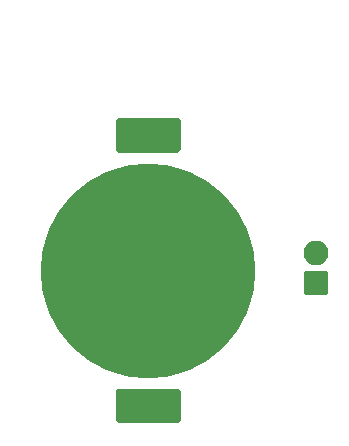
<source format=gbs>
G04 #@! TF.GenerationSoftware,KiCad,Pcbnew,5.1.10*
G04 #@! TF.CreationDate,2021-11-09T15:36:01+02:00*
G04 #@! TF.ProjectId,PlantBuddy,506c616e-7442-4756-9464-792e6b696361,rev?*
G04 #@! TF.SameCoordinates,Original*
G04 #@! TF.FileFunction,Soldermask,Bot*
G04 #@! TF.FilePolarity,Negative*
%FSLAX46Y46*%
G04 Gerber Fmt 4.6, Leading zero omitted, Abs format (unit mm)*
G04 Created by KiCad (PCBNEW 5.1.10) date 2021-11-09 15:36:01*
%MOMM*%
%LPD*%
G01*
G04 APERTURE LIST*
%ADD10O,2.100000X2.100000*%
%ADD11C,18.200000*%
G04 APERTURE END LIST*
D10*
X79892280Y-62856371D03*
G36*
G01*
X80942280Y-64546371D02*
X80942280Y-66246371D01*
G75*
G02*
X80742280Y-66446371I-200000J0D01*
G01*
X79042280Y-66446371D01*
G75*
G02*
X78842280Y-66246371I0J200000D01*
G01*
X78842280Y-64546371D01*
G75*
G02*
X79042280Y-64346371I200000J0D01*
G01*
X80742280Y-64346371D01*
G75*
G02*
X80942280Y-64546371I0J-200000D01*
G01*
G37*
G36*
G01*
X68244200Y-77253000D02*
X63144200Y-77253000D01*
G75*
G02*
X62944200Y-77053000I0J200000D01*
G01*
X62944200Y-74553000D01*
G75*
G02*
X63144200Y-74353000I200000J0D01*
G01*
X68244200Y-74353000D01*
G75*
G02*
X68444200Y-74553000I0J-200000D01*
G01*
X68444200Y-77053000D01*
G75*
G02*
X68244200Y-77253000I-200000J0D01*
G01*
G37*
D11*
X65694200Y-64353000D03*
G36*
G01*
X68244200Y-54353000D02*
X63144200Y-54353000D01*
G75*
G02*
X62944200Y-54153000I0J200000D01*
G01*
X62944200Y-51653000D01*
G75*
G02*
X63144200Y-51453000I200000J0D01*
G01*
X68244200Y-51453000D01*
G75*
G02*
X68444200Y-51653000I0J-200000D01*
G01*
X68444200Y-54153000D01*
G75*
G02*
X68244200Y-54353000I-200000J0D01*
G01*
G37*
M02*

</source>
